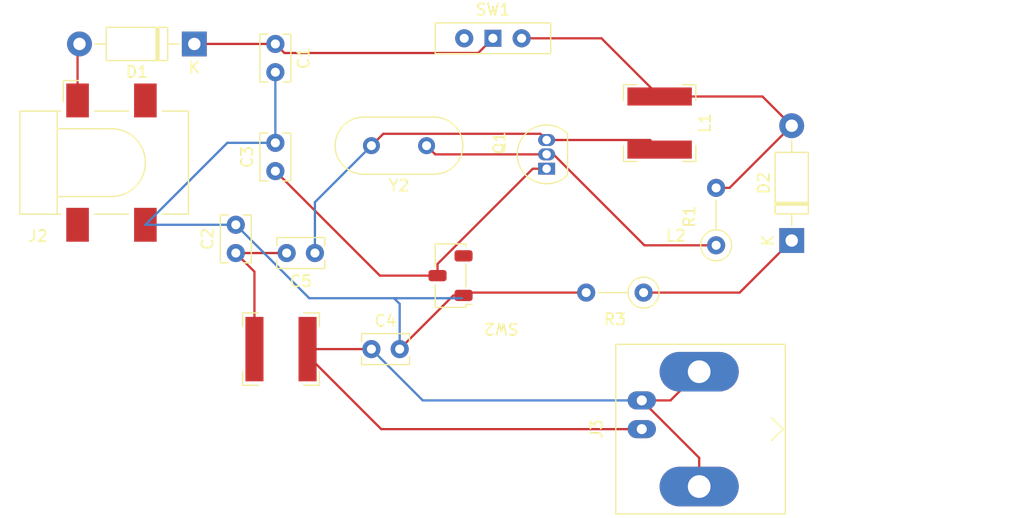
<source format=kicad_pcb>
(kicad_pcb (version 20240108) (generator "pcbnew") (generator_version "8.0")
  (layers (0 "F.Cu" signal) (31 "B.Cu" signal) (34 "B.Paste" user) (35 "F.Paste" user) (36 "B.SilkS" user "B.Silkscreen") (37 "F.SilkS" user "F.Silkscreen") (38 "B.Mask" user) (39 "F.Mask" user) (44 "Edge.Cuts" user))
  (net 0 "")
  (net 1 "Net-(D1-K)")
  (net 2 "Net-(SW2-C)")
  (net 3 "Net-(C2-Pad1)")
  (net 4 "Net-(Q1-E)")
  (net 5 "Net-(J3-Ext)")
  (net 6 "Net-(Q1-C)")
  (net 7 "Net-(D1-A)")
  (net 8 "Net-(D2-A)")
  (net 9 "Net-(D2-K)")
  (net 10 "Net-(Q1-B)")
  (net 13 "Net-(J3-In)")
  (footprint "Resistor_THT:R_Axial_DIN0207_L6.3mm_D2.5mm_P5.08mm_Vertical" (layer "F.Cu") (at 169 75.815 90)
    (property "Reference" "R1" (at 2.54 -2.37 90) (layer "F.SilkS"))
    (property "Value" "R")
    (fp_line (start 1.37 0) (end 3.98 0) (stroke (width 0.12)) (layer "F.SilkS"))
    (fp_circle (center 0 0) (end 1.37 0) (stroke (width 0.12)) (fill none) (layer "F.SilkS"))
    (pad "1" thru_hole circle (at 0 0 90) (size 1.6 1.6) (drill 0.8) (layers "*.Cu" "*.Mask") (net 10 "Net-(Q1-B)"))
    (pad "2" thru_hole oval (at 5.08 0 90) (size 1.6 1.6) (drill 0.8) (layers "*.Cu" "*.Mask") (net 8 "Net-(D2-A)"))
  )
  (footprint "Capacitor_THT:C_Rect_L4.0mm_W2.5mm_P2.50mm" (layer "F.Cu") (at 130 58 -90)
    (property "Reference" "C1" (at 1.25 -2.5 90) (layer "F.SilkS"))
    (property "Value" "C")
    (fp_line (start -0.87 1.37) (end 3.37 1.37) (stroke (width 0.12)) (layer "F.SilkS"))
    (fp_line (start -0.87 0.665) (end -0.87 1.37) (stroke (width 0.12)) (layer "F.SilkS"))
    (fp_line (start 3.37 0.665) (end 3.37 1.37) (stroke (width 0.12)) (layer "F.SilkS"))
    (fp_line (start -0.87 -1.37) (end -0.87 -0.665) (stroke (width 0.12)) (layer "F.SilkS"))
    (fp_line (start -0.87 -1.37) (end 3.37 -1.37) (stroke (width 0.12)) (layer "F.SilkS"))
    (fp_line (start 3.37 -1.37) (end 3.37 -0.665) (stroke (width 0.12)) (layer "F.SilkS"))
    (pad "1" thru_hole circle (at 0 0 270) (size 1.6 1.6) (drill 0.8) (layers "*.Cu" "*.Mask") (net 1 "Net-(D1-K)"))
    (pad "2" thru_hole circle (at 2.5 0 270) (size 1.6 1.6) (drill 0.8) (layers "*.Cu" "*.Mask") (net 2 "Net-(SW2-C)"))
  )
  (footprint "Button_Switch_SMD:Nidec_Copal_CAS-120A" (layer "F.Cu") (at 145.5 78.5 180)
    (property "Reference" "SW2" (at -4.5 -4.7 180) (layer "F.SilkS"))
    (property "Value" "SW_Nidec_CAS-120A1")
    (fp_line (start 1.36 0.8) (end 1.36 2.81) (stroke (width 0.12)) (layer "F.SilkS"))
    (fp_line (start 1.36 -2.81) (end 1.36 -0.8) (stroke (width 0.12)) (layer "F.SilkS"))
    (fp_line (start 1.35 2.81) (end -1.35 2.81) (stroke (width 0.12)) (layer "F.SilkS"))
    (fp_line (start -1.36 2.81) (end -1.36 2.55) (stroke (width 0.12)) (layer "F.SilkS"))
    (fp_line (start -1.36 -0.98) (end -1.36 0.98) (stroke (width 0.12)) (layer "F.SilkS"))
    (fp_line (start -1.36 -2.55) (end -1.36 -2.8) (stroke (width 0.12)) (layer "F.SilkS"))
    (fp_line (start -1.36 -2.55) (end -1.9 -2.55) (stroke (width 0.12)) (layer "F.SilkS"))
    (fp_line (start -1.36 -2.81) (end 1.36 -2.81) (stroke (width 0.12)) (layer "F.SilkS"))
    (pad "1" smd roundrect (at -1.15 -1.75 90) (size 1 1.6) (layers "F.Cu" "F.Paste" "F.Mask") (net 2 "Net-(SW2-C)"))
    (pad "2" smd roundrect (at 1.15 0 90) (size 1 1.6) (layers "F.Cu" "F.Paste" "F.Mask") (net 4 "Net-(Q1-E)"))
    (pad "3" smd roundrect (at -1.15 1.75 90) (size 1 1.6) (layers "F.Cu" "F.Paste" "F.Mask"))
  )
  (footprint "Capacitor_THT:C_Rect_L4.0mm_W2.5mm_P2.50mm" (layer "F.Cu") (at 133.5 76.5 180)
    (property "Reference" "C5" (at 1.25 -2.5 0) (layer "F.SilkS"))
    (property "Value" "C")
    (fp_line (start 3.37 0.665) (end 3.37 1.37) (stroke (width 0.12)) (layer "F.SilkS"))
    (fp_line (start 3.37 -1.37) (end 3.37 -0.665) (stroke (width 0.12)) (layer "F.SilkS"))
    (fp_line (start -0.87 1.37) (end 3.37 1.37) (stroke (width 0.12)) (layer "F.SilkS"))
    (fp_line (start -0.87 0.665) (end -0.87 1.37) (stroke (width 0.12)) (layer "F.SilkS"))
    (fp_line (start -0.87 -1.37) (end 3.37 -1.37) (stroke (width 0.12)) (layer "F.SilkS"))
    (fp_line (start -0.87 -1.37) (end -0.87 -0.665) (stroke (width 0.12)) (layer "F.SilkS"))
    (pad "1" thru_hole circle (at 0 0 180) (size 1.6 1.6) (drill 0.8) (layers "*.Cu" "*.Mask") (net 6 "Net-(Q1-C)"))
    (pad "2" thru_hole circle (at 2.5 0 180) (size 1.6 1.6) (drill 0.8) (layers "*.Cu" "*.Mask") (net 3 "Net-(C2-Pad1)"))
  )
  (footprint "Diode_THT:D_DO-41_SOD81_P10.16mm_Horizontal" (layer "F.Cu") (at 175.685 75.395 90)
    (property "Reference" "D2" (at 5.08 -2.47 90) (layer "F.SilkS"))
    (property "Value" "1N4001")
    (fp_line (start 7.8 -1.47) (end 2.36 -1.47) (stroke (width 0.12)) (layer "F.SilkS"))
    (fp_line (start 3.38 -1.47) (end 3.38 1.47) (stroke (width 0.12)) (layer "F.SilkS"))
    (fp_line (start 3.26 -1.47) (end 3.26 1.47) (stroke (width 0.12)) (layer "F.SilkS"))
    (fp_line (start 3.14 -1.47) (end 3.14 1.47) (stroke (width 0.12)) (layer "F.SilkS"))
    (fp_line (start 2.36 -1.47) (end 2.36 1.47) (stroke (width 0.12)) (layer "F.SilkS"))
    (fp_line (start 8.82 0) (end 7.8 0) (stroke (width 0.12)) (layer "F.SilkS"))
    (fp_line (start 1.34 0) (end 2.36 0) (stroke (width 0.12)) (layer "F.SilkS"))
    (fp_line (start 7.8 1.47) (end 7.8 -1.47) (stroke (width 0.12)) (layer "F.SilkS"))
    (fp_line (start 2.36 1.47) (end 7.8 1.47) (stroke (width 0.12)) (layer "F.SilkS"))
    (fp_text user "K" (at 0 -2.1 90) (layer "F.SilkS"))
    (pad "1" thru_hole rect (at 0 0 90) (size 2.2 2.2) (drill 1.1) (layers "*.Cu" "*.Mask") (net 9 "Net-(D2-K)"))
    (pad "2" thru_hole oval (at 10.16 0 90) (size 2.2 2.2) (drill 1.1) (layers "*.Cu" "*.Mask") (net 8 "Net-(D2-A)"))
  )
  (footprint "Package_TO_SOT_THT:TO-92_Inline" (layer "F.Cu") (at 154 69.04 90)
    (property "Reference" "Q1" (at 2.27 -4.18 90) (layer "F.SilkS"))
    (property "Value" "2N3906")
    (fp_line (start -0.53 1.85) (end 3.07 1.85) (stroke (width 0.12)) (layer "F.SilkS"))
    (fp_arc (start 1.27 -2.6) (mid 3.672087 -0.994977) (end 3.108478 1.838478) (stroke (width 0.12)) (layer "F.SilkS"))
    (fp_arc (start -0.568478 1.838478) (mid -1.132087 -0.994977) (end 1.27 -2.6) (stroke (width 0.12)) (layer "F.SilkS"))
    (pad "1" thru_hole rect (at 0 0 90) (size 1.05 1.5) (drill 0.75) (layers "*.Cu" "*.Mask") (net 4 "Net-(Q1-E)"))
    (pad "2" thru_hole oval (at 1.27 0 90) (size 1.05 1.5) (drill 0.75) (layers "*.Cu" "*.Mask") (net 10 "Net-(Q1-B)"))
    (pad "3" thru_hole oval (at 2.54 0 90) (size 1.05 1.5) (drill 0.75) (layers "*.Cu" "*.Mask") (net 6 "Net-(Q1-C)"))
  )
  (footprint "Diode_THT:D_DO-41_SOD81_P10.16mm_Horizontal" (layer "F.Cu") (at 122.83 58 180)
    (property "Reference" "D1" (at 5.08 -2.47 0) (layer "F.SilkS"))
    (property "Value" "1N4001")
    (fp_line (start 8.82 0) (end 7.8 0) (stroke (width 0.12)) (layer "F.SilkS"))
    (fp_line (start 7.8 1.47) (end 7.8 -1.47) (stroke (width 0.12)) (layer "F.SilkS"))
    (fp_line (start 7.8 -1.47) (end 2.36 -1.47) (stroke (width 0.12)) (layer "F.SilkS"))
    (fp_line (start 3.38 -1.47) (end 3.38 1.47) (stroke (width 0.12)) (layer "F.SilkS"))
    (fp_line (start 3.26 -1.47) (end 3.26 1.47) (stroke (width 0.12)) (layer "F.SilkS"))
    (fp_line (start 3.14 -1.47) (end 3.14 1.47) (stroke (width 0.12)) (layer "F.SilkS"))
    (fp_line (start 2.36 1.47) (end 7.8 1.47) (stroke (width 0.12)) (layer "F.SilkS"))
    (fp_line (start 2.36 -1.47) (end 2.36 1.47) (stroke (width 0.12)) (layer "F.SilkS"))
    (fp_line (start 1.34 0) (end 2.36 0) (stroke (width 0.12)) (layer "F.SilkS"))
    (fp_text user "K" (at 0 -2.1 0) (layer "F.SilkS"))
    (pad "1" thru_hole rect (at 0 0 180) (size 2.2 2.2) (drill 1.1) (layers "*.Cu" "*.Mask") (net 1 "Net-(D1-K)"))
    (pad "2" thru_hole oval (at 10.16 0 180) (size 2.2 2.2) (drill 1.1) (layers "*.Cu" "*.Mask") (net 7 "Net-(D1-A)"))
  )
  (footprint "Connector_BarrelJack:BarrelJack_CLIFF_FC681465S_SMT_Horizontal" (layer "F.Cu") (at 115.5 68.5)
    (property "Reference" "J2" (at -6.5 6.5 180) (layer "F.SilkS"))
    (property "Value" "Barrel_Jack_MountingPin")
    (fp_line (start -8.11 -4.56) (end -4.5 -4.56) (stroke (width 0.12)) (layer "F.SilkS"))
    (fp_line (start -8.11 4.56) (end -8.11 -4.56) (stroke (width 0.12)) (layer "F.SilkS"))
    (fp_line (start -8.11 4.56) (end -4.5 4.56) (stroke (width 0.12)) (layer "F.SilkS"))
    (fp_line (start -4.8 -3) (end 0 -3) (stroke (width 0.12)) (layer "F.SilkS"))
    (fp_line (start -4.8 3) (end 0 3) (stroke (width 0.12)) (layer "F.SilkS"))
    (fp_line (start -4.8 4.56) (end -4.8 -4.56) (stroke (width 0.12)) (layer "F.SilkS"))
    (fp_line (start -4.26 -7.26) (end -4.26 -5.36) (stroke (width 0.12)) (layer "F.SilkS"))
    (fp_line (start -2.92 -7.26) (end -4.26 -7.26) (stroke (width 0.12)) (layer "F.SilkS"))
    (fp_line (start -1.5 -4.56) (end 1.5 -4.56) (stroke (width 0.12)) (layer "F.SilkS"))
    (fp_line (start -1.5 4.56) (end 1.5 4.56) (stroke (width 0.12)) (layer "F.SilkS"))
    (fp_line (start 4.5 -4.56) (end 6.81 -4.56) (stroke (width 0.12)) (layer "F.SilkS"))
    (fp_line (start 4.5 4.56) (end 6.81 4.56) (stroke (width 0.12)) (layer "F.SilkS"))
    (fp_line (start 6.81 4.56) (end 6.81 -4.56) (stroke (width 0.12)) (layer "F.SilkS"))
    (fp_arc (start 0 -3) (mid 3 0) (end 0 3) (stroke (width 0.12)) (layer "F.SilkS"))
    (pad "" np_thru_hole oval (at -2.9 0 90) (size 2 1.5) (drill oval 2 1.5) (layers "*.Cu" "*.Mask"))
    (pad "" np_thru_hole circle (at 1.5 0 90) (size 2 2) (drill 2) (layers "*.Cu" "*.Mask"))
    (pad "1" smd rect (at -3 -5.5 90) (size 3 2) (layers "F.Cu" "F.Paste" "F.Mask") (net 7 "Net-(D1-A)"))
    (pad "1" smd rect (at 3 -5.5 90) (size 3 2) (layers "F.Cu" "F.Paste" "F.Mask") (net 7 "Net-(D1-A)"))
    (pad "2" smd rect (at 3 5.5 90) (size 3 2) (layers "F.Cu" "F.Paste" "F.Mask") (net 2 "Net-(SW2-C)"))
    (pad "3" smd rect (at -3 5.5 90) (size 3 2) (layers "F.Cu" "F.Paste" "F.Mask"))
  )
  (footprint "Crystal:Crystal_HC49-U_Vertical" (layer "F.Cu") (at 143.38 67 180)
    (property "Reference" "Y2" (at 2.44 -3.525 0) (layer "F.SilkS"))
    (property "Value" "Crystal")
    (fp_line (start -0.685 2.525) (end 5.565 2.525) (stroke (width 0.12)) (layer "F.SilkS"))
    (fp_line (start -0.685 -2.525) (end 5.565 -2.525) (stroke (width 0.12)) (layer "F.SilkS"))
    (fp_arc (start 5.565 -2.525) (mid 8.09 0) (end 5.565 2.525) (stroke (width 0.12)) (layer "F.SilkS"))
    (fp_arc (start -0.685 2.525) (mid -3.21 0) (end -0.685 -2.525) (stroke (width 0.12)) (layer "F.SilkS"))
    (pad "1" thru_hole circle (at 0 0 180) (size 1.5 1.5) (drill 0.8) (layers "*.Cu" "*.Mask") (net 10 "Net-(Q1-B)"))
    (pad "2" thru_hole circle (at 4.88 0 180) (size 1.5 1.5) (drill 0.8) (layers "*.Cu" "*.Mask") (net 6 "Net-(Q1-C)"))
  )
  (footprint "Inductor_SMD:L_Bourns-SRN6028" (layer "F.Cu") (at 130.5 85)
    (property "Reference" "L2" (at 34.935 -10.035 0) (layer "F.SilkS"))
    (property "Value" "L")
    (fp_line (start -3.4 -3.2) (end -3.4 -2) (stroke (width 0.12)) (layer "F.SilkS"))
    (fp_line (start -3.4 -3.2) (end -2 -3.2) (stroke (width 0.12)) (layer "F.SilkS"))
    (fp_line (start -3.4 3.2) (end -3.4 2) (stroke (width 0.12)) (layer "F.SilkS"))
    (fp_line (start -3.4 3.2) (end -2 3.2) (stroke (width 0.12)) (layer "F.SilkS"))
    (fp_line (start 3.4 -3.2) (end 2 -3.2) (stroke (width 0.12)) (layer "F.SilkS"))
    (fp_line (start 3.4 -3.2) (end 3.4 -2) (stroke (width 0.12)) (layer "F.SilkS"))
    (fp_line (start 3.4 3.2) (end 2 3.2) (stroke (width 0.12)) (layer "F.SilkS"))
    (fp_line (start 3.4 3.2) (end 3.4 2) (stroke (width 0.12)) (layer "F.SilkS"))
    (pad "1" smd rect (at -2.35 0) (size 1.6 5.7) (layers "F.Cu" "F.Paste" "F.Mask") (net 3 "Net-(C2-Pad1)"))
    (pad "2" smd rect (at 2.35 0) (size 1.6 5.7) (layers "F.Cu" "F.Paste" "F.Mask") (net 13 "Net-(J3-In)"))
  )
  (footprint "Capacitor_THT:C_Rect_L4.0mm_W2.5mm_P2.50mm" (layer "F.Cu") (at 138.5 85)
    (property "Reference" "C4" (at 1.25 -2.5 0) (layer "F.SilkS"))
    (property "Value" "C")
    (fp_line (start -0.87 -1.37) (end -0.87 -0.665) (stroke (width 0.12)) (layer "F.SilkS"))
    (fp_line (start -0.87 -1.37) (end 3.37 -1.37) (stroke (width 0.12)) (layer "F.SilkS"))
    (fp_line (start -0.87 0.665) (end -0.87 1.37) (stroke (width 0.12)) (layer "F.SilkS"))
    (fp_line (start -0.87 1.37) (end 3.37 1.37) (stroke (width 0.12)) (layer "F.SilkS"))
    (fp_line (start 3.37 -1.37) (end 3.37 -0.665) (stroke (width 0.12)) (layer "F.SilkS"))
    (fp_line (start 3.37 0.665) (end 3.37 1.37) (stroke (width 0.12)) (layer "F.SilkS"))
    (pad "1" thru_hole circle (at 0 0) (size 1.6 1.6) (drill 0.8) (layers "*.Cu" "*.Mask") (net 5 "Net-(J3-Ext)"))
    (pad "2" thru_hole circle (at 2.5 0) (size 1.6 1.6) (drill 0.8) (layers "*.Cu" "*.Mask") (net 2 "Net-(SW2-C)"))
  )
  (footprint "Button_Switch_THT:SW_Slide-03_Wuerth-WS-SLTV_10x2.5x6.4_P2.54mm" (layer "F.Cu") (at 149.25 57.5)
    (property "Reference" "SW1" (at 0 -2.54 0) (layer "F.SilkS"))
    (property "Value" "SW_Wuerth_450301014042")
    (fp_rect (start -5.11 -1.36) (end 5.11 1.36) (stroke (width 0.12)) (fill none) (layer "F.SilkS"))
    (pad "1" thru_hole rect (at 0 0) (size 1.5 1.5) (drill 0.8) (layers "*.Cu" "*.Mask") (net 1 "Net-(D1-K)"))
    (pad "2" thru_hole circle (at -2.54 0) (size 1.6 1.6) (drill 0.8) (layers "*.Cu" "*.Mask"))
    (pad "3" thru_hole circle (at 2.54 0) (size 1.6 1.6) (drill 0.8) (layers "*.Cu" "*.Mask") (net 8 "Net-(D2-A)"))
  )
  (footprint "Connector_Coaxial:BNC_Amphenol_B6252HB-NPP3G-50_Horizontal" (layer "F.Cu") (at 162.42 92.08 -90)
    (property "Reference" "J3" (at 0 4 90) (layer "F.SilkS"))
    (property "Value" "Conn_Coaxial")
    (fp_line (start -7.5 2.3) (end -7.5 -12.7) (stroke (width 0.12)) (layer "F.SilkS"))
    (fp_line (start 7.5 2.3) (end -7.5 2.3) (stroke (width 0.12)) (layer "F.SilkS"))
    (fp_line (start 0 -12.5) (end -1 -11.5) (stroke (width 0.12)) (layer "F.SilkS"))
    (fp_line (start 0 -12.5) (end 1 -11.5) (stroke (width 0.12)) (layer "F.SilkS"))
    (fp_line (start -7.5 -12.7) (end 7.5 -12.7) (stroke (width 0.12)) (layer "F.SilkS"))
    (fp_line (start 7.5 -12.7) (end 7.5 2.3) (stroke (width 0.12)) (layer "F.SilkS"))
    (pad "1" thru_hole oval (at 0 0 270) (size 1.6 2.5) (drill 0.89) (layers "*.Cu" "*.Mask") (net 13 "Net-(J3-In)"))
    (pad "2" thru_hole oval (at -5.08 -5.08 270) (size 3.5 7) (drill 2.01) (layers "*.Cu" "*.Mask") (net 5 "Net-(J3-Ext)"))
    (pad "2" thru_hole oval (at -2.54 0 270) (size 1.6 2.5) (drill 0.89) (layers "*.Cu" "*.Mask") (net 5 "Net-(J3-Ext)"))
    (pad "2" thru_hole oval (at 5.08 -5.08 270) (size 3.5 7) (drill 2.01) (layers "*.Cu" "*.Mask") (net 5 "Net-(J3-Ext)"))
  )
  (footprint "Capacitor_THT:C_Rect_L4.0mm_W2.5mm_P2.50mm" (layer "F.Cu") (at 130 69.25 90)
    (property "Reference" "C3" (at 1.25 -2.5 90) (layer "F.SilkS"))
    (property "Value" "C")
    (fp_line (start 3.37 -1.37) (end 3.37 -0.665) (stroke (width 0.12)) (layer "F.SilkS"))
    (fp_line (start -0.87 -1.37) (end 3.37 -1.37) (stroke (width 0.12)) (layer "F.SilkS"))
    (fp_line (start -0.87 -1.37) (end -0.87 -0.665) (stroke (width 0.12)) (layer "F.SilkS"))
    (fp_line (start 3.37 0.665) (end 3.37 1.37) (stroke (width 0.12)) (layer "F.SilkS"))
    (fp_line (start -0.87 0.665) (end -0.87 1.37) (stroke (width 0.12)) (layer "F.SilkS"))
    (fp_line (start -0.87 1.37) (end 3.37 1.37) (stroke (width 0.12)) (layer "F.SilkS"))
    (pad "1" thru_hole circle (at 0 0 90) (size 1.6 1.6) (drill 0.8) (layers "*.Cu" "*.Mask") (net 4 "Net-(Q1-E)"))
    (pad "2" thru_hole circle (at 2.5 0 90) (size 1.6 1.6) (drill 0.8) (layers "*.Cu" "*.Mask") (net 2 "Net-(SW2-C)"))
  )
  (footprint "Capacitor_THT:C_Rect_L4.0mm_W2.5mm_P2.50mm" (layer "F.Cu") (at 126.5 76.5 90)
    (property "Reference" "C2" (at 1.25 -2.5 90) (layer "F.SilkS"))
    (property "Value" "C")
    (fp_line (start 3.37 -1.37) (end 3.37 -0.665) (stroke (width 0.12)) (layer "F.SilkS"))
    (fp_line (start -0.87 -1.37) (end 3.37 -1.37) (stroke (width 0.12)) (layer "F.SilkS"))
    (fp_line (start -0.87 -1.37) (end -0.87 -0.665) (stroke (width 0.12)) (layer "F.SilkS"))
    (fp_line (start 3.37 0.665) (end 3.37 1.37) (stroke (width 0.12)) (layer "F.SilkS"))
    (fp_line (start -0.87 0.665) (end -0.87 1.37) (stroke (width 0.12)) (layer "F.SilkS"))
    (fp_line (start -0.87 1.37) (end 3.37 1.37) (stroke (width 0.12)) (layer "F.SilkS"))
    (pad "1" thru_hole circle (at 0 0 90) (size 1.6 1.6) (drill 0.8) (layers "*.Cu" "*.Mask") (net 3 "Net-(C2-Pad1)"))
    (pad "2" thru_hole circle (at 2.5 0 90) (size 1.6 1.6) (drill 0.8) (layers "*.Cu" "*.Mask") (net 2 "Net-(SW2-C)"))
  )
  (footprint "Resistor_THT:R_Axial_DIN0207_L6.3mm_D2.5mm_P5.08mm_Vertical" (layer "F.Cu") (at 162.58 80 180)
    (property "Reference" "R3" (at 2.54 -2.37 0) (layer "F.SilkS"))
    (property "Value" "R")
    (fp_line (start 1.37 0) (end 3.98 0) (stroke (width 0.12)) (layer "F.SilkS"))
    (fp_circle (center 0 0) (end 1.37 0) (stroke (width 0.12)) (fill none) (layer "F.SilkS"))
    (pad "1" thru_hole circle (at 0 0 180) (size 1.6 1.6) (drill 0.8) (layers "*.Cu" "*.Mask") (net 9 "Net-(D2-K)"))
    (pad "2" thru_hole oval (at 5.08 0 180) (size 1.6 1.6) (drill 0.8) (layers "*.Cu" "*.Mask") (net 2 "Net-(SW2-C)"))
  )
  (footprint "Inductor_SMD:L_Bourns-SRN6028" (layer "F.Cu") (at 164 65 90)
    (property "Reference" "L1" (at 0 4 90) (layer "F.SilkS"))
    (property "Value" "L")
    (fp_line (start 3.4 -3.2) (end 2 -3.2) (stroke (width 0.12)) (layer "F.SilkS"))
    (fp_line (start 3.4 -3.2) (end 3.4 -2) (stroke (width 0.12)) (layer "F.SilkS"))
    (fp_line (start -3.4 -3.2) (end -2 -3.2) (stroke (width 0.12)) (layer "F.SilkS"))
    (fp_line (start -3.4 -3.2) (end -3.4 -2) (stroke (width 0.12)) (layer "F.SilkS"))
    (fp_line (start 3.4 3.2) (end 3.4 2) (stroke (width 0.12)) (layer "F.SilkS"))
    (fp_line (start 3.4 3.2) (end 2 3.2) (stroke (width 0.12)) (layer "F.SilkS"))
    (fp_line (start -3.4 3.2) (end -3.4 2) (stroke (width 0.12)) (layer "F.SilkS"))
    (fp_line (start -3.4 3.2) (end -2 3.2) (stroke (width 0.12)) (layer "F.SilkS"))
    (pad "1" smd rect (at -2.35 0 90) (size 1.6 5.7) (layers "F.Cu" "F.Paste" "F.Mask") (net 6 "Net-(Q1-C)"))
    (pad "2" smd rect (at 2.35 0 90) (size 1.6 5.7) (layers "F.Cu" "F.Paste" "F.Mask") (net 8 "Net-(D2-A)"))
  )
  (segment (start 138.5 85) (end 132.85 85) (width 0.2) (layer "F.Cu") (net 0))
  (segment (start 130 58) (end 130.799999 58.799999) (width 0.2) (layer "F.Cu") (net 1))
  (segment (start 122.83 58) (end 130 58) (width 0.2) (layer "F.Cu") (net 1))
  (segment (start 147.950001 58.799999) (end 149.25 57.5) (width 0.2) (layer "F.Cu") (net 1))
  (segment (start 130.799999 58.799999) (end 147.950001 58.799999) (width 0.2) (layer "F.Cu") (net 1))
  (segment (start 157.5 80) (end 146.9 80) (width 0.2) (layer "F.Cu") (net 2))
  (segment (start 141 85) (end 140.5 85) (width 0.2) (layer "F.Cu") (net 2))
  (segment (start 145.75 80.25) (end 146.65 80.25) (width 0.2) (layer "F.Cu") (net 2))
  (segment (start 141 85) (end 145.75 80.25) (width 0.2) (layer "F.Cu") (net 2))
  (segment (start 146.9 80) (end 146.65 80.25) (width 0.2) (layer "F.Cu") (net 2))
  (segment (start 125.75 66.75) (end 118.5 74) (width 0.2) (layer "B.Cu") (net 2))
  (segment (start 130 66.75) (end 125.75 66.75) (width 0.2) (layer "B.Cu") (net 2))
  (segment (start 118.5 74) (end 126.5 74) (width 0.2) (layer "B.Cu") (net 2))
  (segment (start 140.5 80.5) (end 141 81) (width 0.2) (layer "B.Cu") (net 2))
  (segment (start 126.5 74) (end 133 80.5) (width 0.2) (layer "B.Cu") (net 2))
  (segment (start 130 60.5) (end 130 66.75) (width 0.2) (layer "B.Cu") (net 2))
  (segment (start 141 81) (end 141 85) (width 0.2) (layer "B.Cu") (net 2))
  (segment (start 140.5 80.5) (end 133 80.5) (width 0.2) (layer "B.Cu") (net 2))
  (segment (start 146.5 80.5) (end 140.5 80.5) (width 0.2) (layer "B.Cu") (net 2))
  (segment (start 126.5 76.5) (end 131 76.5) (width 0.2) (layer "F.Cu") (net 3))
  (segment (start 128.15 85) (end 128.15 78.15) (width 0.2) (layer "F.Cu") (net 3))
  (segment (start 128.15 78.15) (end 126.5 76.5) (width 0.2) (layer "F.Cu") (net 3))
  (segment (start 144.35 78.5) (end 139.25 78.5) (width 0.2) (layer "F.Cu") (net 4))
  (segment (start 144.35 77.465256) (end 144.35 78.5) (width 0.2) (layer "F.Cu") (net 4))
  (segment (start 152.775256 69.04) (end 144.35 77.465256) (width 0.2) (layer "F.Cu") (net 4))
  (segment (start 154 69.04) (end 152.775256 69.04) (width 0.2) (layer "F.Cu") (net 4))
  (segment (start 139.25 78.5) (end 130 69.25) (width 0.2) (layer "F.Cu") (net 4))
  (segment (start 167.5 94.62) (end 167.5 97.16) (width 0.2) (layer "F.Cu") (net 5))
  (segment (start 162.42 89.54) (end 164.96 89.54) (width 0.2) (layer "F.Cu") (net 5))
  (segment (start 162.42 89.54) (end 167.5 94.62) (width 0.2) (layer "F.Cu") (net 5))
  (segment (start 164.96 89.54) (end 167.5 87) (width 0.2) (layer "F.Cu") (net 5))
  (segment (start 143.04 89.54) (end 162.42 89.54) (width 0.2) (layer "B.Cu") (net 5))
  (segment (start 138.5 85) (end 143.04 89.54) (width 0.2) (layer "B.Cu") (net 5))
  (segment (start 154 66.5) (end 163.15 66.5) (width 0.2) (layer "F.Cu") (net 6))
  (segment (start 139.55 65.95) (end 153.45 65.95) (width 0.2) (layer "F.Cu") (net 6))
  (segment (start 138.5 67) (end 139.55 65.95) (width 0.2) (layer "F.Cu") (net 6))
  (segment (start 163.15 66.5) (end 164 67.35) (width 0.2) (layer "F.Cu") (net 6))
  (segment (start 153.45 65.95) (end 154 66.5) (width 0.2) (layer "F.Cu") (net 6))
  (segment (start 133.5 72) (end 138.5 67) (width 0.2) (layer "B.Cu") (net 6))
  (segment (start 133.5 76.5) (end 133.5 72) (width 0.2) (layer "B.Cu") (net 6))
  (segment (start 112.5 63) (end 112.5 58.17) (width 0.2) (layer "F.Cu") (net 7))
  (segment (start 112.5 58.17) (end 112.67 58) (width 0.2) (layer "F.Cu") (net 7))
  (segment (start 173.1 62.65) (end 175.685 65.235) (width 0.2) (layer "F.Cu") (net 8))
  (segment (start 151.79 57.5) (end 158.85 57.5) (width 0.2) (layer "F.Cu") (net 8))
  (segment (start 170.185 70.735) (end 175.685 65.235) (width 0.2) (layer "F.Cu") (net 8))
  (segment (start 158.85 57.5) (end 164 62.65) (width 0.2) (layer "F.Cu") (net 8))
  (segment (start 164 62.65) (end 173.1 62.65) (width 0.2) (layer "F.Cu") (net 8))
  (segment (start 169 70.735) (end 170.185 70.735) (width 0.2) (layer "F.Cu") (net 8))
  (segment (start 171.08 80) (end 162.58 80) (width 0.2) (layer "F.Cu") (net 9))
  (segment (start 175.685 75.395) (end 171.08 80) (width 0.2) (layer "F.Cu") (net 9))
  (segment (start 162.65 75.815) (end 154.605 67.77) (width 0.2) (layer "F.Cu") (net 10))
  (segment (start 154.605 67.77) (end 154 67.77) (width 0.2) (layer "F.Cu") (net 10))
  (segment (start 144.15 67.77) (end 154 67.77) (width 0.2) (layer "F.Cu") (net 10))
  (segment (start 143.38 67) (end 144.15 67.77) (width 0.2) (layer "F.Cu") (net 10))
  (segment (start 169 75.815) (end 162.65 75.815) (width 0.2) (layer "F.Cu") (net 10))
  (segment (start 139.364315 92.08) (end 132.567157 85.282842) (width 0.2) (layer "F.Cu") (net 13))
  (segment (start 162.42 92.08) (end 139.364315 92.08) (width 0.2) (layer "F.Cu") (net 13))
)
</source>
